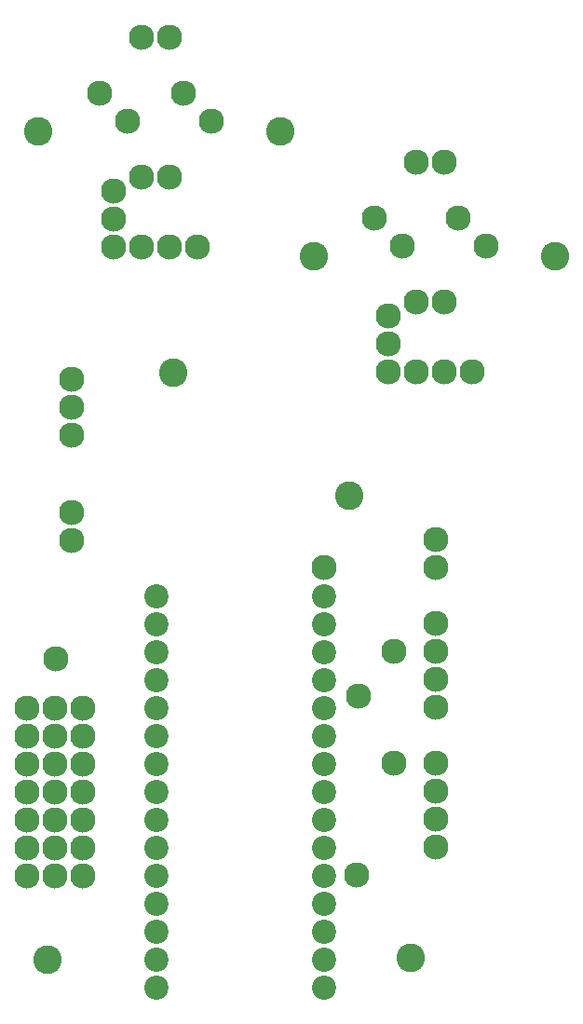
<source format=gbr>
%TF.GenerationSoftware,KiCad,Pcbnew,(5.1.6)-1*%
%TF.CreationDate,2023-05-01T01:46:13-05:00*%
%TF.ProjectId,combined,636f6d62-696e-4656-942e-6b696361645f,rev?*%
%TF.SameCoordinates,Original*%
%TF.FileFunction,Soldermask,Bot*%
%TF.FilePolarity,Negative*%
%FSLAX46Y46*%
G04 Gerber Fmt 4.6, Leading zero omitted, Abs format (unit mm)*
G04 Created by KiCad (PCBNEW (5.1.6)-1) date 2023-05-01 01:46:13*
%MOMM*%
%LPD*%
G01*
G04 APERTURE LIST*
%ADD10C,2.600000*%
%ADD11C,2.300000*%
%ADD12C,2.200000*%
G04 APERTURE END LIST*
D10*
%TO.C,REF\u002A\u002A*%
X4000000Y80310000D03*
%TD*%
%TO.C,REF\u002A\u002A*%
X26000000Y80310000D03*
%TD*%
D11*
%TO.C,C1*%
X10810000Y74930000D03*
X10810000Y72390000D03*
%TD*%
%TO.C,D1*%
X15890000Y88900000D03*
X13350000Y88900000D03*
%TD*%
%TO.C,D2*%
X13350000Y76200000D03*
X15890000Y76200000D03*
%TD*%
%TO.C,J1*%
X10810000Y69850000D03*
X13350000Y69850000D03*
X15890000Y69850000D03*
X18430000Y69850000D03*
%TD*%
%TO.C,R1*%
X12080000Y81280000D03*
X19700000Y81280000D03*
%TD*%
%TO.C,R2*%
X9540000Y83820000D03*
X17160000Y83820000D03*
%TD*%
D10*
%TO.C,REF\u002A\u002A*%
X29000000Y69000000D03*
%TD*%
%TO.C,REF\u002A\u002A*%
X51000000Y69000000D03*
%TD*%
D11*
%TO.C,C1*%
X35810000Y61080000D03*
X35810000Y63620000D03*
%TD*%
%TO.C,D1*%
X38350000Y77590000D03*
X40890000Y77590000D03*
%TD*%
%TO.C,D2*%
X40890000Y64890000D03*
X38350000Y64890000D03*
%TD*%
%TO.C,J1*%
X43430000Y58540000D03*
X40890000Y58540000D03*
X38350000Y58540000D03*
X35810000Y58540000D03*
%TD*%
%TO.C,R1*%
X44700000Y69970000D03*
X37080000Y69970000D03*
%TD*%
%TO.C,R2*%
X42160000Y72510000D03*
X34540000Y72510000D03*
%TD*%
D10*
%TO.C,REF\u002A\u002A*%
X4840000Y5080000D03*
%TD*%
%TO.C,REF\u002A\u002A*%
X37840000Y5230000D03*
%TD*%
%TO.C,REF\u002A\u002A*%
X32258000Y47230000D03*
%TD*%
%TO.C,REF\u002A\u002A*%
X16256000Y58420000D03*
%TD*%
D11*
%TO.C,J11*%
X2921000Y12700000D03*
X5461000Y12700000D03*
X8001000Y12700000D03*
%TD*%
%TO.C,J10*%
X2921000Y15240000D03*
X5461000Y15240000D03*
X8001000Y15240000D03*
%TD*%
%TO.C,J9*%
X2921000Y17780000D03*
X5461000Y17780000D03*
X8001000Y17780000D03*
%TD*%
%TO.C,J8*%
X2921000Y20320000D03*
X5461000Y20320000D03*
X8001000Y20320000D03*
%TD*%
%TO.C,J7*%
X2921000Y22860000D03*
X5461000Y22860000D03*
X8001000Y22860000D03*
%TD*%
%TO.C,J6*%
X2921000Y25400000D03*
X5461000Y25400000D03*
X8001000Y25400000D03*
%TD*%
%TO.C,J5*%
X2921000Y27940000D03*
X5461000Y27940000D03*
X8001000Y27940000D03*
%TD*%
%TO.C,J1*%
X40090000Y43240000D03*
X40090000Y40700000D03*
%TD*%
%TO.C,J2*%
X40090000Y35620000D03*
X40090000Y33080000D03*
X40090000Y30540000D03*
X40090000Y28000000D03*
%TD*%
%TO.C,J3*%
X40090000Y15300000D03*
X40090000Y17840000D03*
X40090000Y20380000D03*
X40090000Y22920000D03*
%TD*%
%TO.C,J12*%
X6985000Y52705000D03*
X6985000Y55245000D03*
X6985000Y57785000D03*
%TD*%
%TO.C,J14*%
X6985000Y45720000D03*
X6985000Y43180000D03*
%TD*%
D12*
%TO.C,U1*%
X29960000Y38110000D03*
X29960000Y35570000D03*
X29960000Y33030000D03*
X29960000Y30490000D03*
X29960000Y27950000D03*
X29960000Y25410000D03*
X29960000Y22870000D03*
X29960000Y20330000D03*
X29960000Y17790000D03*
X29960000Y15250000D03*
X29960000Y12710000D03*
X29960000Y10170000D03*
X29960000Y7630000D03*
X29960000Y5090000D03*
X29960000Y2550000D03*
X14720000Y2550000D03*
X14720000Y5090000D03*
X14720000Y7630000D03*
X14720000Y10170000D03*
X14720000Y12710000D03*
X14720000Y15250000D03*
X14720000Y17790000D03*
X14720000Y20330000D03*
X14720000Y22870000D03*
X14720000Y25410000D03*
X14720000Y27950000D03*
X14720000Y30490000D03*
X14720000Y33030000D03*
X14720000Y35570000D03*
X14720000Y38110000D03*
%TD*%
D11*
X33062063Y29007937D03*
X32970000Y12760000D03*
X5546000Y32445000D03*
X29930000Y40700000D03*
X36280000Y33080000D03*
X36280000Y22920000D03*
M02*

</source>
